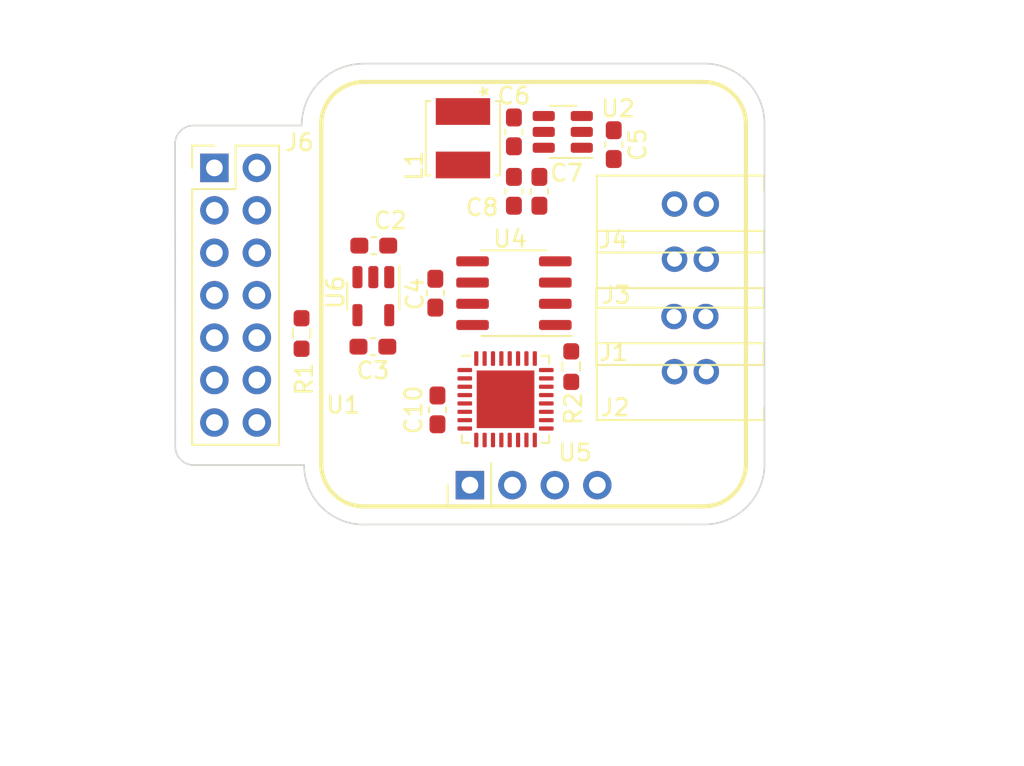
<source format=kicad_pcb>
(kicad_pcb (version 20221018) (generator pcbnew)
  (layers (0 "F.Cu" signal) (31 "B.Cu" signal) (34 "B.Paste" user) (35 "F.Paste" user) (36 "B.SilkS" user "B.Silkscreen") (37 "F.SilkS" user "F.Silkscreen") (38 "B.Mask" user) (39 "F.Mask" user) (44 "Edge.Cuts" user))
  (net 0 "")
  (net 1 "+5V")
  (net 2 "GND")
  (net 3 "+3.3V")
  (net 4 "+12V")
  (net 5 "Net-(U2-SW)")
  (net 6 "Net-(U2-BST)")
  (net 7 "/CANH")
  (net 8 "/CANL")
  (net 9 "/IR_SDA")
  (net 10 "/IR_SCL")
  (net 11 "/CAN_TX")
  (net 12 "/CAN_RX")
  (net 14 "Net-(U5-PH3)")
  (net 29 "/SWDIO")
  (net 30 "/SWCLK")
  (net 32 "/SWO")
  (net 35 "Net-(J6-GNDDetect)")
  (net 37 "/nRST")
  (net 42 "/VCP_RX")
  (net 44 "/VCP_TX")
  (footprint "Package_DFN_QFN:QFN-32-1EP_5x5mm_P0.5mm_EP3.45x3.45mm" (layer "F.Cu") (at 117.101 112.903)
    (fp_text reference "U5" (at 4.1586 3.2004) (layer "F.SilkS"))
    (fp_text value "STM32L431KBUx")
    (fp_line (start -2.61 2.61) (end -2.61 2.135) (stroke (width 0.12)) (layer "F.SilkS"))
    (fp_line (start -2.135 -2.61) (end -2.61 -2.61) (stroke (width 0.12)) (layer "F.SilkS"))
    (fp_line (start -2.135 2.61) (end -2.61 2.61) (stroke (width 0.12)) (layer "F.SilkS"))
    (fp_line (start 2.135 -2.61) (end 2.61 -2.61) (stroke (width 0.12)) (layer "F.SilkS"))
    (fp_line (start 2.135 2.61) (end 2.61 2.61) (stroke (width 0.12)) (layer "F.SilkS"))
    (fp_line (start 2.61 -2.61) (end 2.61 -2.135) (stroke (width 0.12)) (layer "F.SilkS"))
    (fp_line (start 2.61 2.61) (end 2.61 2.135) (stroke (width 0.12)) (layer "F.SilkS"))
    (pad "1" smd roundrect (at -2.4375 -1.75) (size 0.875 0.25) (layers "F.Cu" "F.Paste" "F.Mask") (net 3 "+3.3V"))
    (pad "2" smd roundrect (at -2.4375 -1.25) (size 0.875 0.25) (layers "F.Cu" "F.Paste" "F.Mask"))
    (pad "3" smd roundrect (at -2.4375 -0.75) (size 0.875 0.25) (layers "F.Cu" "F.Paste" "F.Mask"))
    (pad "4" smd roundrect (at -2.4375 -0.25) (size 0.875 0.25) (layers "F.Cu" "F.Paste" "F.Mask") (net 37 "/nRST"))
    (pad "5" smd roundrect (at -2.4375 0.25) (size 0.875 0.25) (layers "F.Cu" "F.Paste" "F.Mask") (net 3 "+3.3V"))
    (pad "6" smd roundrect (at -2.4375 0.75) (size 0.875 0.25) (layers "F.Cu" "F.Paste" "F.Mask"))
    (pad "7" smd roundrect (at -2.4375 1.25) (size 0.875 0.25) (layers "F.Cu" "F.Paste" "F.Mask"))
    (pad "8" smd roundrect (at -2.4375 1.75) (size 0.875 0.25) (layers "F.Cu" "F.Paste" "F.Mask"))
    (pad "9" smd roundrect (at -1.75 2.4375) (size 0.25 0.875) (layers "F.Cu" "F.Paste" "F.Mask"))
    (pad "10" smd roundrect (at -1.25 2.4375) (size 0.25 0.875) (layers "F.Cu" "F.Paste" "F.Mask"))
    (pad "11" smd roundrect (at -0.75 2.4375) (size 0.25 0.875) (layers "F.Cu" "F.Paste" "F.Mask"))
    (pad "12" smd roundrect (at -0.25 2.4375) (size 0.25 0.875) (layers "F.Cu" "F.Paste" "F.Mask"))
    (pad "13" smd roundrect (at 0.25 2.4375) (size 0.25 0.875) (layers "F.Cu" "F.Paste" "F.Mask"))
    (pad "14" smd roundrect (at 0.75 2.4375) (size 0.25 0.875) (layers "F.Cu" "F.Paste" "F.Mask"))
    (pad "15" smd roundrect (at 1.25 2.4375) (size 0.25 0.875) (layers "F.Cu" "F.Paste" "F.Mask"))
    (pad "16" smd roundrect (at 1.75 2.4375) (size 0.25 0.875) (layers "F.Cu" "F.Paste" "F.Mask") (net 2 "GND"))
    (pad "17" smd roundrect (at 2.4375 1.75) (size 0.875 0.25) (layers "F.Cu" "F.Paste" "F.Mask") (net 3 "+3.3V"))
    (pad "18" smd roundrect (at 2.4375 1.25) (size 0.875 0.25) (layers "F.Cu" "F.Paste" "F.Mask"))
    (pad "19" smd roundrect (at 2.4375 0.75) (size 0.875 0.25) (layers "F.Cu" "F.Paste" "F.Mask") (net 10 "/IR_SCL"))
    (pad "20" smd roundrect (at 2.4375 0.25) (size 0.875 0.25) (layers "F.Cu" "F.Paste" "F.Mask") (net 9 "/IR_SDA"))
    (pad "21" smd roundrect (at 2.4375 -0.25) (size 0.875 0.25) (layers "F.Cu" "F.Paste" "F.Mask") (net 12 "/CAN_RX"))
    (pad "22" smd roundrect (at 2.4375 -0.75) (size 0.875 0.25) (layers "F.Cu" "F.Paste" "F.Mask") (net 11 "/CAN_TX"))
    (pad "23" smd roundrect (at 2.4375 -1.25) (size 0.875 0.25) (layers "F.Cu" "F.Paste" "F.Mask") (net 29 "/SWDIO"))
    (pad "24" smd roundrect (at 2.4375 -1.75) (size 0.875 0.25) (layers "F.Cu" "F.Paste" "F.Mask") (net 30 "/SWCLK"))
    (pad "25" smd roundrect (at 1.75 -2.4375) (size 0.25 0.875) (layers "F.Cu" "F.Paste" "F.Mask"))
    (pad "26" smd roundrect (at 1.25 -2.4375) (size 0.25 0.875) (layers "F.Cu" "F.Paste" "F.Mask") (net 32 "/SWO"))
    (pad "27" smd roundrect (at 0.75 -2.4375) (size 0.25 0.875) (layers "F.Cu" "F.Paste" "F.Mask"))
    (pad "28" smd roundrect (at 0.25 -2.4375) (size 0.25 0.875) (layers "F.Cu" "F.Paste" "F.Mask"))
    (pad "29" smd roundrect (at -0.25 -2.4375) (size 0.25 0.875) (layers "F.Cu" "F.Paste" "F.Mask"))
    (pad "30" smd roundrect (at -0.75 -2.4375) (size 0.25 0.875) (layers "F.Cu" "F.Paste" "F.Mask"))
    (pad "31" smd roundrect (at -1.25 -2.4375) (size 0.25 0.875) (layers "F.Cu" "F.Paste" "F.Mask") (net 14 "Net-(U5-PH3)"))
    (pad "32" smd roundrect (at -1.75 -2.4375) (size 0.25 0.875) (layers "F.Cu" "F.Paste" "F.Mask") (net 2 "GND"))
    (pad "33" smd rect (at 0 0) (size 3.45 3.45) (layers "F.Cu" "F.Mask") (net 2 "GND"))
  )
  (footprint "Capacitor_SMD:C_0603_1608Metric_Pad1.08x0.95mm_HandSolder" (layer "F.Cu") (at 109.1692 109.7534 180)
    (fp_text reference "C3" (at 0 -1.43) (layer "F.SilkS"))
    (fp_text value "1uF")
    (fp_line (start -0.146267 -0.51) (end 0.146267 -0.51) (stroke (width 0.12)) (layer "F.SilkS"))
    (fp_line (start -0.146267 0.51) (end 0.146267 0.51) (stroke (width 0.12)) (layer "F.SilkS"))
    (pad "1" smd roundrect (at -0.8625 0 180) (size 1.075 0.95) (layers "F.Cu" "F.Paste" "F.Mask") (net 3 "+3.3V"))
    (pad "2" smd roundrect (at 0.8625 0 180) (size 1.075 0.95) (layers "F.Cu" "F.Paste" "F.Mask") (net 2 "GND"))
  )
  (footprint "Package_SO:SOIC-8_3.9x4.9mm_P1.27mm" (layer "F.Cu") (at 117.602 106.553 180)
    (fp_text reference "U4" (at 0.2286 3.2512) (layer "F.SilkS"))
    (fp_text value "ADM3051CRZ")
    (fp_line (start 0 -2.56) (end -3.45 -2.56) (stroke (width 0.12)) (layer "F.SilkS"))
    (fp_line (start 0 -2.56) (end 1.95 -2.56) (stroke (width 0.12)) (layer "F.SilkS"))
    (fp_line (start 0 2.56) (end -1.95 2.56) (stroke (width 0.12)) (layer "F.SilkS"))
    (fp_line (start 0 2.56) (end 1.95 2.56) (stroke (width 0.12)) (layer "F.SilkS"))
    (pad "1" smd roundrect (at -2.475 -1.905 180) (size 1.95 0.6) (layers "F.Cu" "F.Paste" "F.Mask") (net 11 "/CAN_TX"))
    (pad "2" smd roundrect (at -2.475 -0.635 180) (size 1.95 0.6) (layers "F.Cu" "F.Paste" "F.Mask") (net 2 "GND"))
    (pad "3" smd roundrect (at -2.475 0.635 180) (size 1.95 0.6) (layers "F.Cu" "F.Paste" "F.Mask") (net 1 "+5V"))
    (pad "4" smd roundrect (at -2.475 1.905 180) (size 1.95 0.6) (layers "F.Cu" "F.Paste" "F.Mask") (net 12 "/CAN_RX"))
    (pad "5" smd roundrect (at 2.475 1.905 180) (size 1.95 0.6) (layers "F.Cu" "F.Paste" "F.Mask"))
    (pad "6" smd roundrect (at 2.475 0.635 180) (size 1.95 0.6) (layers "F.Cu" "F.Paste" "F.Mask") (net 8 "/CANL"))
    (pad "7" smd roundrect (at 2.475 -0.635 180) (size 1.95 0.6) (layers "F.Cu" "F.Paste" "F.Mask") (net 7 "/CANH"))
    (pad "8" smd roundrect (at 2.475 -1.905 180) (size 1.95 0.6) (layers "F.Cu" "F.Paste" "F.Mask") (net 2 "GND"))
  )
  (footprint "Package_TO_SOT_SMD:TSOT-23-6" (layer "F.Cu") (at 120.523 96.901 180)
    (fp_text reference "U2" (at -3.302 1.397) (layer "F.SilkS"))
    (fp_text value "AP63205WU")
    (fp_line (start 0 -1.56) (end -1.8 -1.56) (stroke (width 0.12)) (layer "F.SilkS"))
    (fp_line (start 0 -1.56) (end 0.8 -1.56) (stroke (width 0.12)) (layer "F.SilkS"))
    (fp_line (start 0 1.56) (end -0.8 1.56) (stroke (width 0.12)) (layer "F.SilkS"))
    (fp_line (start 0 1.56) (end 0.8 1.56) (stroke (width 0.12)) (layer "F.SilkS"))
    (pad "1" smd roundrect (at -1.1375 -0.95 180) (size 1.325 0.6) (layers "F.Cu" "F.Paste" "F.Mask") (net 1 "+5V"))
    (pad "2" smd roundrect (at -1.1375 0 180) (size 1.325 0.6) (layers "F.Cu" "F.Paste" "F.Mask") (net 4 "+12V"))
    (pad "3" smd roundrect (at -1.1375 0.95 180) (size 1.325 0.6) (layers "F.Cu" "F.Paste" "F.Mask") (net 4 "+12V"))
    (pad "4" smd roundrect (at 1.1375 0.95 180) (size 1.325 0.6) (layers "F.Cu" "F.Paste" "F.Mask") (net 2 "GND"))
    (pad "5" smd roundrect (at 1.1375 0 180) (size 1.325 0.6) (layers "F.Cu" "F.Paste" "F.Mask") (net 5 "Net-(U2-SW)"))
    (pad "6" smd roundrect (at 1.1375 -0.95 180) (size 1.325 0.6) (layers "F.Cu" "F.Paste" "F.Mask") (net 6 "Net-(U2-BST)"))
  )
  (footprint "Capacitor_SMD:C_0603_1608Metric_Pad1.08x0.95mm_HandSolder" (layer "F.Cu") (at 119.126 100.457 -90)
    (fp_text reference "C7" (at -1.0922 -1.6256) (layer "F.SilkS"))
    (fp_text value "22uF")
    (fp_line (start -0.146267 -0.51) (end 0.146267 -0.51) (stroke (width 0.12)) (layer "F.SilkS"))
    (fp_line (start -0.146267 0.51) (end 0.146267 0.51) (stroke (width 0.12)) (layer "F.SilkS"))
    (pad "1" smd roundrect (at -0.8625 0 270) (size 1.075 0.95) (layers "F.Cu" "F.Paste" "F.Mask") (net 1 "+5V"))
    (pad "2" smd roundrect (at 0.8625 0 270) (size 1.075 0.95) (layers "F.Cu" "F.Paste" "F.Mask") (net 2 "GND"))
  )
  (footprint "LQH44PH4R7MPRL:LQH44PH4R7MPRL" (layer "F.Cu") (at 114.554 97.282 -90)
    (fp_text reference "L1" (at 1.651 2.921 90) (layer "F.SilkS"))
    (fp_text value "4.7uH")
    (fp_text user "*" (at -2.794 -1.5748 90) (layer "F.SilkS"))
    (fp_line (start -2.2225 -2.2225) (end -2.2225 -1.95834) (stroke (width 0.12)) (layer "F.SilkS"))
    (fp_line (start -2.2225 1.95834) (end -2.2225 2.2225) (stroke (width 0.12)) (layer "F.SilkS"))
    (fp_line (start -2.2225 2.2225) (end 2.2225 2.2225) (stroke (width 0.12)) (layer "F.SilkS"))
    (fp_line (start 2.2225 -2.2225) (end -2.2225 -2.2225) (stroke (width 0.12)) (layer "F.SilkS"))
    (fp_line (start 2.2225 -1.95834) (end 2.2225 -2.2225) (stroke (width 0.12)) (layer "F.SilkS"))
    (fp_line (start 2.2225 2.2225) (end 2.2225 1.95834) (stroke (width 0.12)) (layer "F.SilkS"))
    (pad "1" smd rect (at -1.6002 0 270) (size 1.6002 3.2512) (layers "F.Cu" "F.Paste" "F.Mask") (net 5 "Net-(U2-SW)"))
    (pad "2" smd rect (at 1.6002 0 270) (size 1.6002 3.2512) (layers "F.Cu" "F.Paste" "F.Mask") (net 1 "+5V"))
  )
  (footprint "Molex_SolderRight:1726770100" (layer "F.Cu") (at 127.1772 107.95)
    (fp_text reference "J1" (at -3.617023 2.141 unlocked) (layer "F.SilkS"))
    (fp_text value "22-24AWG")
    (fp_line (start -4.65 -1.7) (end 5.35 -1.7) (stroke (width 0.12)) (layer "F.SilkS"))
    (fp_line (start -4.65 2.9) (end -4.65 -1.65) (stroke (width 0.12)) (layer "F.SilkS"))
    (fp_line (start 5.35 -1.7) (end 5.35 -0.8) (stroke (width 0.12)) (layer "F.SilkS"))
    (fp_line (start 5.35 2.15) (end 5.35 2.9) (stroke (width 0.12)) (layer "F.SilkS"))
    (fp_line (start 5.35 2.9) (end -4.65 2.9) (stroke (width 0.12)) (layer "F.SilkS"))
    (pad "1" thru_hole circle (at 0 0) (size 1.524 1.524) (drill 0.9) (layers "*.Cu" "*.Mask") (net 7 "/CANH"))
    (pad "1" thru_hole circle (at 1.9 0) (size 1.524 1.524) (drill 0.9) (layers "*.Cu" "*.Mask") (net 7 "/CANH"))
  )
  (footprint "Capacitor_SMD:C_0603_1608Metric_Pad1.08x0.95mm_HandSolder" (layer "F.Cu") (at 112.903 106.553 -90)
    (fp_text reference "C4" (at 0.0508 1.2192 90) (layer "F.SilkS"))
    (fp_text value "100nF")
    (fp_line (start -0.146267 -0.51) (end 0.146267 -0.51) (stroke (width 0.12)) (layer "F.SilkS"))
    (fp_line (start -0.146267 0.51) (end 0.146267 0.51) (stroke (width 0.12)) (layer "F.SilkS"))
    (pad "1" smd roundrect (at -0.8625 0 270) (size 1.075 0.95) (layers "F.Cu" "F.Paste" "F.Mask") (net 1 "+5V"))
    (pad "2" smd roundrect (at 0.8625 0 270) (size 1.075 0.95) (layers "F.Cu" "F.Paste" "F.Mask") (net 2 "GND"))
  )
  (footprint "Molex_SolderRight:1726770100" (layer "F.Cu") (at 127.2082 101.219)
    (fp_text reference "J4" (at -3.670167 2.141 unlocked) (layer "F.SilkS"))
    (fp_text value "22-24AWG")
    (fp_line (start -4.65 -1.7) (end 5.35 -1.7) (stroke (width 0.12)) (layer "F.SilkS"))
    (fp_line (start -4.65 2.9) (end -4.65 -1.65) (stroke (width 0.12)) (layer "F.SilkS"))
    (fp_line (start 5.35 -1.7) (end 5.35 -0.8) (stroke (width 0.12)) (layer "F.SilkS"))
    (fp_line (start 5.35 2.15) (end 5.35 2.9) (stroke (width 0.12)) (layer "F.SilkS"))
    (fp_line (start 5.35 2.9) (end -4.65 2.9) (stroke (width 0.12)) (layer "F.SilkS"))
    (pad "1" thru_hole circle (at 0 0) (size 1.524 1.524) (drill 0.9) (layers "*.Cu" "*.Mask") (net 4 "+12V"))
    (pad "1" thru_hole circle (at 1.9 0) (size 1.524 1.524) (drill 0.9) (layers "*.Cu" "*.Mask") (net 4 "+12V"))
  )
  (footprint "Resistor_SMD:R_0603_1608Metric_Pad0.98x0.95mm_HandSolder" (layer "F.Cu") (at 121.031 110.9472 -90)
    (fp_text reference "R2" (at 2.5146 -0.127 90) (layer "F.SilkS"))
    (fp_text value "10k")
    (fp_line (start -0.254724 -0.5225) (end 0.254724 -0.5225) (stroke (width 0.12)) (layer "F.SilkS"))
    (fp_line (start -0.254724 0.5225) (end 0.254724 0.5225) (stroke (width 0.12)) (layer "F.SilkS"))
    (pad "1" smd roundrect (at -0.9125 0 270) (size 0.975 0.95) (layers "F.Cu" "F.Paste" "F.Mask") (net 14 "Net-(U5-PH3)"))
    (pad "2" smd roundrect (at 0.9125 0 270) (size 0.975 0.95) (layers "F.Cu" "F.Paste" "F.Mask") (net 2 "GND"))
  )
  (footprint "Capacitor_SMD:C_0603_1608Metric_Pad1.08x0.95mm_HandSolder" (layer "F.Cu") (at 123.571 97.663 -90)
    (fp_text reference "C5" (at 0 -1.43 90) (layer "F.SilkS"))
    (fp_text value "10uF")
    (fp_line (start -0.146267 -0.51) (end 0.146267 -0.51) (stroke (width 0.12)) (layer "F.SilkS"))
    (fp_line (start -0.146267 0.51) (end 0.146267 0.51) (stroke (width 0.12)) (layer "F.SilkS"))
    (pad "1" smd roundrect (at -0.8625 0 270) (size 1.075 0.95) (layers "F.Cu" "F.Paste" "F.Mask") (net 4 "+12V"))
    (pad "2" smd roundrect (at 0.8625 0 270) (size 1.075 0.95) (layers "F.Cu" "F.Paste" "F.Mask") (net 2 "GND"))
  )
  (footprint "Capacitor_SMD:C_0603_1608Metric_Pad1.08x0.95mm_HandSolder" (layer "F.Cu") (at 113.03 113.538 90)
    (fp_text reference "C10" (at 0 -1.43 90) (layer "F.SilkS"))
    (fp_text value "10uF")
    (fp_line (start -0.146267 -0.51) (end 0.146267 -0.51) (stroke (width 0.12)) (layer "F.SilkS"))
    (fp_line (start -0.146267 0.51) (end 0.146267 0.51) (stroke (width 0.12)) (layer "F.SilkS"))
    (pad "1" smd roundrect (at -0.8625 0 90) (size 1.075 0.95) (layers "F.Cu" "F.Paste" "F.Mask") (net 3 "+3.3V"))
    (pad "2" smd roundrect (at 0.8625 0 90) (size 1.075 0.95) (layers "F.Cu" "F.Paste" "F.Mask") (net 2 "GND"))
  )
  (footprint "Molex_SolderRight:1726770100" (layer "F.Cu") (at 127.2082 111.252)
    (fp_text reference "J2" (at -3.550071 2.141 unlocked) (layer "F.SilkS"))
    (fp_text value "22-24AWG")
    (fp_line (start -4.65 -1.7) (end 5.35 -1.7) (stroke (width 0.12)) (layer "F.SilkS"))
    (fp_line (start -4.65 2.9) (end -4.65 -1.65) (stroke (width 0.12)) (layer "F.SilkS"))
    (fp_line (start 5.35 -1.7) (end 5.35 -0.8) (stroke (width 0.12)) (layer "F.SilkS"))
    (fp_line (start 5.35 2.15) (end 5.35 2.9) (stroke (width 0.12)) (layer "F.SilkS"))
    (fp_line (start 5.35 2.9) (end -4.65 2.9) (stroke (width 0.12)) (layer "F.SilkS"))
    (pad "1" thru_hole circle (at 0 0) (size 1.524 1.524) (drill 0.9) (layers "*.Cu" "*.Mask") (net 8 "/CANL"))
    (pad "1" thru_hole circle (at 1.9 0) (size 1.524 1.524) (drill 0.9) (layers "*.Cu" "*.Mask") (net 8 "/CANL"))
  )
  (footprint "Package_TO_SOT_SMD:SOT-23-5" (layer "F.Cu") (at 109.1946 106.7308 -90)
    (fp_text reference "U6" (at -0.2286 2.2606 90) (layer "F.SilkS"))
    (fp_text value "AP2127K-3.3")
    (fp_line (start 0 -1.56) (end -1.8 -1.56) (stroke (width 0.12)) (layer "F.SilkS"))
    (fp_line (start 0 -1.56) (end 0.8 -1.56) (stroke (width 0.12)) (layer "F.SilkS"))
    (fp_line (start 0 1.56) (end -0.8 1.56) (stroke (width 0.12)) (layer "F.SilkS"))
    (fp_line (start 0 1.56) (end 0.8 1.56) (stroke (width 0.12)) (layer "F.SilkS"))
    (pad "1" smd roundrect (at -1.1375 -0.95 270) (size 1.325 0.6) (layers "F.Cu" "F.Paste" "F.Mask") (net 1 "+5V"))
    (pad "2" smd roundrect (at -1.1375 0 270) (size 1.325 0.6) (layers "F.Cu" "F.Paste" "F.Mask") (net 2 "GND"))
    (pad "3" smd roundrect (at -1.1375 0.95 270) (size 1.325 0.6) (layers "F.Cu" "F.Paste" "F.Mask") (net 1 "+5V"))
    (pad "4" smd roundrect (at 1.1375 0.95 270) (size 1.325 0.6) (layers "F.Cu" "F.Paste" "F.Mask"))
    (pad "5" smd roundrect (at 1.1375 -0.95 270) (size 1.325 0.6) (layers "F.Cu" "F.Paste" "F.Mask") (net 3 "+3.3V"))
  )
  (footprint "Connector_PinHeader_2.54mm:PinHeader_2x07_P2.54mm_Vertical" (layer "F.Cu") (at 99.69 99.055)
    (fp_text reference "J6" (at 5.085 -1.519) (layer "F.SilkS"))
    (fp_text value "Conn_ST_STDC14")
    (fp_line (start -1.33 -1.33) (end 0 -1.33) (stroke (width 0.12)) (layer "F.SilkS"))
    (fp_line (start -1.33 0) (end -1.33 -1.33) (stroke (width 0.12)) (layer "F.SilkS"))
    (fp_line (start -1.33 1.27) (end -1.33 16.57) (stroke (width 0.12)) (layer "F.SilkS"))
    (fp_line (start -1.33 1.27) (end 1.27 1.27) (stroke (width 0.12)) (layer "F.SilkS"))
    (fp_line (start -1.33 16.57) (end 3.87 16.57) (stroke (width 0.12)) (layer "F.SilkS"))
    (fp_line (start 1.27 -1.33) (end 3.87 -1.33) (stroke (width 0.12)) (layer "F.SilkS"))
    (fp_line (start 1.27 1.27) (end 1.27 -1.33) (stroke (width 0.12)) (layer "F.SilkS"))
    (fp_line (start 3.87 -1.33) (end 3.87 16.57) (stroke (width 0.12)) (layer "F.SilkS"))
    (pad "1" thru_hole rect (at 0 0) (size 1.7 1.7) (drill 1) (layers "*.Cu" "*.Mask"))
    (pad "2" thru_hole oval (at 2.54 0) (size 1.7 1.7) (drill 1) (layers "*.Cu" "*.Mask"))
    (pad "3" thru_hole oval (at 0 2.54) (size 1.7 1.7) (drill 1) (layers "*.Cu" "*.Mask") (net 3 "+3.3V"))
    (pad "4" thru_hole oval (at 2.54 2.54) (size 1.7 1.7) (drill 1) (layers "*.Cu" "*.Mask") (net 29 "/SWDIO"))
    (pad "5" thru_hole oval (at 0 5.08) (size 1.7 1.7) (drill 1) (layers "*.Cu" "*.Mask") (net 2 "GND"))
    (pad "6" thru_hole oval (at 2.54 5.08) (size 1.7 1.7) (drill 1) (layers "*.Cu" "*.Mask") (net 30 "/SWCLK"))
    (pad "7" thru_hole oval (at 0 7.62) (size 1.7 1.7) (drill 1) (layers "*.Cu" "*.Mask") (net 2 "GND"))
    (pad "8" thru_hole oval (at 2.54 7.62) (size 1.7 1.7) (drill 1) (layers "*.Cu" "*.Mask") (net 32 "/SWO"))
    (pad "9" thru_hole oval (at 0 10.16) (size 1.7 1.7) (drill 1) (layers "*.Cu" "*.Mask"))
    (pad "10" thru_hole oval (at 2.54 10.16) (size 1.7 1.7) (drill 1) (layers "*.Cu" "*.Mask"))
    (pad "11" thru_hole oval (at 0 12.7) (size 1.7 1.7) (drill 1) (layers "*.Cu" "*.Mask") (net 35 "Net-(J6-GNDDetect)"))
    (pad "12" thru_hole oval (at 2.54 12.7) (size 1.7 1.7) (drill 1) (layers "*.Cu" "*.Mask") (net 37 "/nRST"))
    (pad "13" thru_hole oval (at 0 15.24) (size 1.7 1.7) (drill 1) (layers "*.Cu" "*.Mask") (net 42 "/VCP_RX"))
    (pad "14" thru_hole oval (at 2.54 15.24) (size 1.7 1.7) (drill 1) (layers "*.Cu" "*.Mask") (net 44 "/VCP_TX"))
  )
  (footprint "Capacitor_SMD:C_0603_1608Metric_Pad1.08x0.95mm_HandSolder" (layer "F.Cu") (at 117.602 100.457 90)
    (fp_text reference "C8" (at -0.9652 -1.905 180) (layer "F.SilkS"))
    (fp_text value "22uF")
    (fp_line (start -0.146267 -0.51) (end 0.146267 -0.51) (stroke (width 0.12)) (layer "F.SilkS"))
    (fp_line (start -0.146267 0.51) (end 0.146267 0.51) (stroke (width 0.12)) (layer "F.SilkS"))
    (pad "1" smd roundrect (at -0.8625 0 90) (size 1.075 0.95) (layers "F.Cu" "F.Paste" "F.Mask") (net 2 "GND"))
    (pad "2" smd roundrect (at 0.8625 0 90) (size 1.075 0.95) (layers "F.Cu" "F.Paste" "F.Mask") (net 1 "+5V"))
  )
  (footprint "Capacitor_SMD:C_0603_1608Metric_Pad1.08x0.95mm_HandSolder" (layer "F.Cu") (at 117.602 96.901 -90)
    (fp_text reference "C6" (at -2.159 0 -180) (layer "F.SilkS"))
    (fp_text value "100nF")
    (fp_line (start -0.146267 -0.51) (end 0.146267 -0.51) (stroke (width 0.12)) (layer "F.SilkS"))
    (fp_line (start -0.146267 0.51) (end 0.146267 0.51) (stroke (width 0.12)) (layer "F.SilkS"))
    (pad "1" smd roundrect (at -0.8625 0 270) (size 1.075 0.95) (layers "F.Cu" "F.Paste" "F.Mask") (net 5 "Net-(U2-SW)"))
    (pad "2" smd roundrect (at 0.8625 0 270) (size 1.075 0.95) (layers "F.Cu" "F.Paste" "F.Mask") (net 6 "Net-(U2-BST)"))
  )
  (footprint "Molex_SolderRight:1726770100" (layer "F.Cu") (at 127.2082 104.521)
    (fp_text reference "J3" (at -3.483119 2.141 unlocked) (layer "F.SilkS"))
    (fp_text value "22-24AWG")
    (fp_line (start -4.65 -1.7) (end 5.35 -1.7) (stroke (width 0.12)) (layer "F.SilkS"))
    (fp_line (start -4.65 2.9) (end -4.65 -1.65) (stroke (width 0.12)) (layer "F.SilkS"))
    (fp_line (start 5.35 -1.7) (end 5.35 -0.8) (stroke (width 0.12)) (layer "F.SilkS"))
    (fp_line (start 5.35 2.15) (end 5.35 2.9) (stroke (width 0.12)) (layer "F.SilkS"))
    (fp_line (start 5.35 2.9) (end -4.65 2.9) (stroke (width 0.12)) (layer "F.SilkS"))
    (pad "1" thru_hole circle (at 0 0) (size 1.524 1.524) (drill 0.9) (layers "*.Cu" "*.Mask") (net 2 "GND"))
    (pad "1" thru_hole circle (at 1.9 0) (size 1.524 1.524) (drill 0.9) (layers "*.Cu" "*.Mask") (net 2 "GND"))
  )
  (footprint "scr23-ir-can-library:MLX90640-Sparkfun-Breakout" (layer "F.Cu") (at 106.08 119.3125)
    (fp_text reference "U1" (at 1.3112 -6.0793 unlocked) (layer "F.SilkS"))
    (fp_text value "Sparkfun MLX90640 Breakout")
    (fp_line (start 0 -2.54) (end 0 -22.86) (stroke (width 0.254)) (layer "F.SilkS"))
    (fp_line (start 2.54 -25.4) (end 22.86 -25.4) (stroke (width 0.254)) (layer "F.SilkS"))
    (fp_line (start 7.56 0.06) (end 7.56 -1.27) (stroke (width 0.12)) (layer "F.SilkS"))
    (fp_line (start 8.89 0.06) (end 7.56 0.06) (stroke (width 0.12)) (layer "F.SilkS"))
    (fp_line (start 10.16 0.06) (end 10.16 -2.6) (stroke (width 0.12)) (layer "F.SilkS"))
    (fp_line (start 22.86 0) (end 2.54 0) (stroke (width 0.254)) (layer "F.SilkS"))
    (fp_line (start 25.4 -22.86) (end 25.4 -2.54) (stroke (width 0.254)) (layer "F.SilkS"))
    (fp_arc (start 0 -22.86) (mid 0.743949 -24.656051) (end 2.54 -25.4) (stroke (width 0.254)) (layer "F.SilkS"))
    (fp_arc (start 2.54 0) (mid 0.743949 -0.743949) (end 0 -2.54) (stroke (width 0.254)) (layer "F.SilkS"))
    (fp_arc (start 22.86 -25.4) (mid 24.656051 -24.656051) (end 25.4 -22.86) (stroke (width 0.254)) (layer "F.SilkS"))
    (fp_arc (start 25.4 -2.54) (mid 24.656051 -0.743949) (end 22.86 0) (stroke (width 0.254)) (layer "F.SilkS"))
    (pad "" np_thru_hole circle (at 2.54 -22.86) (size 3.2 3.2) (drill 3.2) (layers "*.Cu" "*.Mask"))
    (pad "" np_thru_hole circle (at 2.54 -2.54) (size 3.2 3.2) (drill 3.2) (layers "*.Cu" "*.Mask"))
    (pad "" np_thru_hole circle (at 22.86 -22.86) (size 3.2 3.2) (drill 3.2) (layers "*.Cu" "*.Mask"))
    (pad "" np_thru_hole circle (at 22.86 -2.54) (size 3.2 3.2) (drill 3.2) (layers "F&B.Cu" "*.Mask"))
    (pad "1" thru_hole rect (at 8.89 -1.27 90) (size 1.7 1.7) (drill 1) (layers "*.Cu" "*.Mask") (net 2 "GND"))
    (pad "2" thru_hole oval (at 11.43 -1.27 90) (size 1.7 1.7) (drill 1) (layers "*.Cu" "*.Mask") (net 3 "+3.3V"))
    (pad "3" thru_hole oval (at 13.97 -1.27 90) (size 1.7 1.7) (drill 1) (layers "*.Cu" "*.Mask") (net 9 "/IR_SDA"))
    (pad "4" thru_hole oval (at 16.51 -1.27 90) (size 1.7 1.7) (drill 1) (layers "*.Cu" "*.Mask") (net 10 "/IR_SCL"))
  )
  (footprint "Resistor_SMD:R_0603_1608Metric_Pad0.98x0.95mm_HandSolder" (layer "F.Cu") (at 104.902 108.966 90)
    (fp_text reference "R1" (at -2.7178 0.1524 90) (layer "F.SilkS"))
    (fp_text value "100")
    (fp_line (start -0.254724 -0.5225) (end 0.254724 -0.5225) (stroke (width 0.12)) (layer "F.SilkS"))
    (fp_line (start -0.254724 0.5225) (end 0.254724 0.5225) (stroke (width 0.12)) (layer "F.SilkS"))
    (pad "1" smd roundrect (at -0.9125 0 90) (size 0.975 0.95) (layers "F.Cu" "F.Paste" "F.Mask") (net 35 "Net-(J6-GNDDetect)"))
    (pad "2" smd roundrect (at 0.9125 0 90) (size 0.975 0.95) (layers "F.Cu" "F.Paste" "F.Mask") (net 2 "GND"))
  )
  (footprint "Capacitor_SMD:C_0603_1608Metric_Pad1.08x0.95mm_HandSolder" (layer "F.Cu") (at 109.22 103.7082)
    (fp_text reference "C2" (at 0.9906 -1.4986) (layer "F.SilkS"))
    (fp_text value "1uF")
    (fp_line (start -0.146267 -0.51) (end 0.146267 -0.51) (stroke (width 0.12)) (layer "F.SilkS"))
    (fp_line (start -0.146267 0.51) (end 0.146267 0.51) (stroke (width 0.12)) (layer "F.SilkS"))
    (pad "1" smd roundrect (at -0.8625 0) (size 1.075 0.95) (layers "F.Cu" "F.Paste" "F.Mask") (net 1 "+5V"))
    (pad "2" smd roundrect (at 0.8625 0) (size 1.075 0.95) (layers "F.Cu" "F.Paste" "F.Mask") (net 2 "GND"))
  )
  (gr_arc (start 97.334813 97.637599) (mid 97.663 96.845286) (end 98.455313 96.517099) (stroke (width 0.1)) (layer "Edge.Cuts"))
  (gr_arc (start 108.616435 120.400588) (mid 106.098718 119.357716) (end 105.055846 116.839999) (stroke (width 0.1)) (layer "Edge.Cuts"))
  (gr_line (start 97.337713 97.637599) (end 97.3495 115.722401) (stroke (width 0.1)) (layer "Edge.Cuts"))
  (gr_arc (start 132.588 116.7892) (mid 131.531593 119.339593) (end 128.9812 120.396) (stroke (width 0.1)) (layer "Edge.Cuts"))
  (gr_arc (start 128.981199 92.811601) (mid 131.531592 93.868008) (end 132.587999 96.418401) (stroke (width 0.1)) (layer "Edge.Cuts"))
  (gr_line (start 98.4504 96.52) (end 104.910361 96.52) (stroke (width 0.1)) (layer "Edge.Cuts"))
  (gr_arc (start 104.910361 96.52) (mid 105.994077 93.903677) (end 108.6104 92.819961) (stroke (width 0.1)) (layer "Edge.Cuts"))
  (gr_line (start 108.616435 120.396) (end 128.9812 120.396) (stroke (width 0.1)) (layer "Edge.Cuts"))
  (gr_line (start 108.6104 92.811601) (end 128.981199 92.811601) (stroke (width 0.1)) (layer "Edge.Cuts"))
  (gr_arc (start 98.47 116.842901) (mid 97.677695 116.51471) (end 97.3495 115.722401) (stroke (width 0.1)) (layer "Edge.Cuts"))
  (gr_line (start 132.587999 96.418401) (end 132.588 116.7892) (stroke (width 0.1)) (layer "Edge.Cuts"))
  (gr_line (start 98.4504 116.839999) (end 105.055846 116.839999) (stroke (width 0.1)) (layer "Edge.Cuts"))
)
</source>
